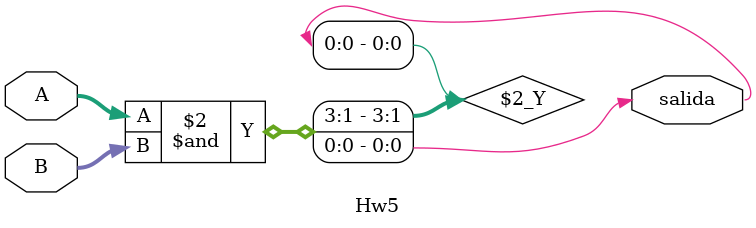
<source format=v>
module Hw5(A,B,salida);
input [3:0] A,B;
output reg  salida;

always @(A,B)
        salida = A&B;
endmodule

</source>
